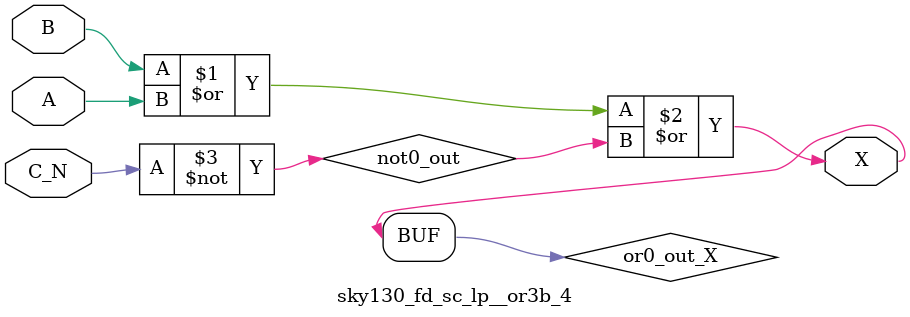
<source format=v>
/*
 * Copyright 2020 The SkyWater PDK Authors
 *
 * Licensed under the Apache License, Version 2.0 (the "License");
 * you may not use this file except in compliance with the License.
 * You may obtain a copy of the License at
 *
 *     https://www.apache.org/licenses/LICENSE-2.0
 *
 * Unless required by applicable law or agreed to in writing, software
 * distributed under the License is distributed on an "AS IS" BASIS,
 * WITHOUT WARRANTIES OR CONDITIONS OF ANY KIND, either express or implied.
 * See the License for the specific language governing permissions and
 * limitations under the License.
 *
 * SPDX-License-Identifier: Apache-2.0
*/


`ifndef SKY130_FD_SC_LP__OR3B_4_FUNCTIONAL_V
`define SKY130_FD_SC_LP__OR3B_4_FUNCTIONAL_V

/**
 * or3b: 3-input OR, first input inverted.
 *
 * Verilog simulation functional model.
 */

`timescale 1ns / 1ps
`default_nettype none

`celldefine
module sky130_fd_sc_lp__or3b_4 (
    X  ,
    A  ,
    B  ,
    C_N
);

    // Module ports
    output X  ;
    input  A  ;
    input  B  ;
    input  C_N;

    // Local signals
    wire not0_out ;
    wire or0_out_X;

    //  Name  Output     Other arguments
    not not0 (not0_out , C_N            );
    or  or0  (or0_out_X, B, A, not0_out );
    buf buf0 (X        , or0_out_X      );

endmodule
`endcelldefine

`default_nettype wire
`endif  // SKY130_FD_SC_LP__OR3B_4_FUNCTIONAL_V

</source>
